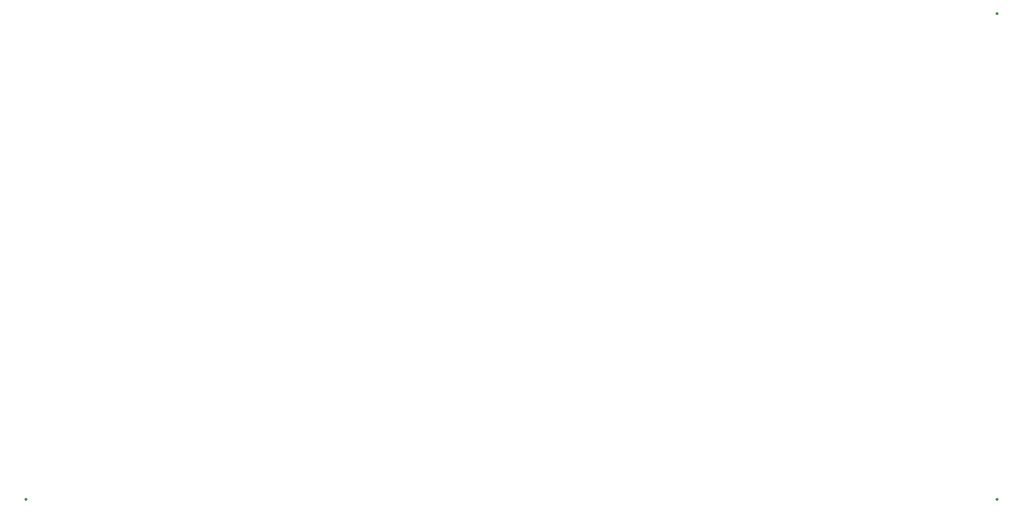
<source format=gbp>
%FSLAX25Y25*%
%MOIN*%
G70*
G01*
G75*
G04 Layer_Color=128*
%ADD10C,0.03937*%
%ADD11R,0.12992X0.07874*%
%ADD12R,0.22638X0.25590*%
%ADD13R,0.04921X0.12008*%
%ADD14O,0.02362X0.08661*%
%ADD15R,0.03543X0.03543*%
%ADD16O,0.02165X0.06890*%
%ADD17O,0.06890X0.02165*%
%ADD18R,0.03347X0.03347*%
%ADD19R,0.03937X0.03937*%
%ADD20R,0.06299X0.11811*%
%ADD21R,0.07874X0.23622*%
%ADD22R,0.06299X0.02362*%
%ADD23R,0.04724X0.13780*%
%ADD24R,0.08661X0.09252*%
%ADD25R,0.06102X0.09252*%
%ADD26R,0.03347X0.06693*%
%ADD27R,0.21850X0.25590*%
%ADD28R,0.02362X0.08661*%
%ADD29C,0.05000*%
%ADD30C,0.02000*%
%ADD31C,0.03000*%
%ADD32C,0.01500*%
%ADD33C,0.02500*%
%ADD34C,0.01000*%
%ADD35C,0.25000*%
%ADD36C,0.04724*%
%ADD37C,0.04724*%
%ADD38R,0.05906X0.05906*%
%ADD39C,0.05906*%
%ADD40C,0.05906*%
%ADD41C,0.06299*%
%ADD42C,0.11614*%
%ADD43R,0.05906X0.05906*%
%ADD44C,0.05000*%
%ADD45C,0.03937*%
%ADD46C,0.00984*%
%ADD47C,0.02362*%
%ADD48C,0.00787*%
D45*
X1732284Y708661D02*
D03*
Y78740D02*
D03*
X472441D02*
D03*
M02*

</source>
